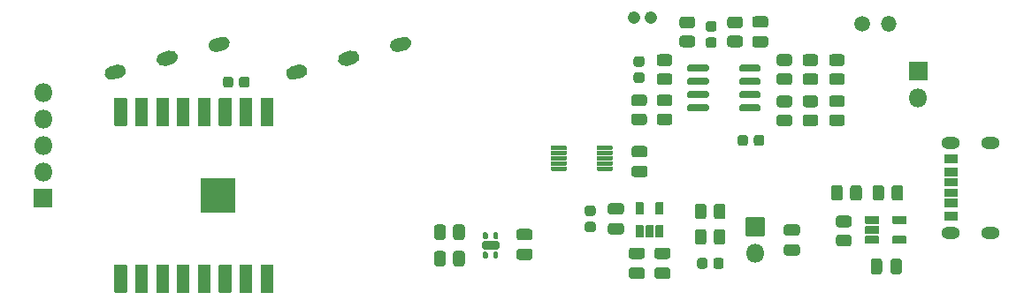
<source format=gts>
G04 #@! TF.GenerationSoftware,KiCad,Pcbnew,(5.1.9)-1*
G04 #@! TF.CreationDate,2021-03-16T21:00:22+08:00*
G04 #@! TF.ProjectId,mcu,6d63752e-6b69-4636-9164-5f7063625858,v1.0*
G04 #@! TF.SameCoordinates,Original*
G04 #@! TF.FileFunction,Soldermask,Top*
G04 #@! TF.FilePolarity,Negative*
%FSLAX46Y46*%
G04 Gerber Fmt 4.6, Leading zero omitted, Abs format (unit mm)*
G04 Created by KiCad (PCBNEW (5.1.9)-1) date 2021-03-16 21:00:22*
%MOMM*%
%LPD*%
G01*
G04 APERTURE LIST*
%ADD10C,1.208000*%
%ADD11O,1.500000X1.500000*%
%ADD12C,1.500000*%
%ADD13O,1.800000X1.800000*%
%ADD14O,1.800000X1.200000*%
G04 APERTURE END LIST*
G36*
G01*
X75026000Y-93058612D02*
X75026000Y-92107388D01*
G75*
G02*
X75300388Y-91833000I274388J0D01*
G01*
X75876612Y-91833000D01*
G75*
G02*
X76151000Y-92107388I0J-274388D01*
G01*
X76151000Y-93058612D01*
G75*
G02*
X75876612Y-93333000I-274388J0D01*
G01*
X75300388Y-93333000D01*
G75*
G02*
X75026000Y-93058612I0J274388D01*
G01*
G37*
G36*
G01*
X73201000Y-93058612D02*
X73201000Y-92107388D01*
G75*
G02*
X73475388Y-91833000I274388J0D01*
G01*
X74051612Y-91833000D01*
G75*
G02*
X74326000Y-92107388I0J-274388D01*
G01*
X74326000Y-93058612D01*
G75*
G02*
X74051612Y-93333000I-274388J0D01*
G01*
X73475388Y-93333000D01*
G75*
G02*
X73201000Y-93058612I0J274388D01*
G01*
G37*
G36*
G01*
X77963000Y-93453000D02*
X79263000Y-93453000D01*
G75*
G02*
X79463000Y-93653000I0J-200000D01*
G01*
X79463000Y-94053000D01*
G75*
G02*
X79263000Y-94253000I-200000J0D01*
G01*
X77963000Y-94253000D01*
G75*
G02*
X77763000Y-94053000I0J200000D01*
G01*
X77763000Y-93653000D01*
G75*
G02*
X77963000Y-93453000I200000J0D01*
G01*
G37*
G36*
G01*
X79000500Y-94453000D02*
X79225500Y-94453000D01*
G75*
G02*
X79338000Y-94565500I0J-112500D01*
G01*
X79338000Y-94990500D01*
G75*
G02*
X79225500Y-95103000I-112500J0D01*
G01*
X79000500Y-95103000D01*
G75*
G02*
X78888000Y-94990500I0J112500D01*
G01*
X78888000Y-94565500D01*
G75*
G02*
X79000500Y-94453000I112500J0D01*
G01*
G37*
G36*
G01*
X78000500Y-94453000D02*
X78225500Y-94453000D01*
G75*
G02*
X78338000Y-94565500I0J-112500D01*
G01*
X78338000Y-94990500D01*
G75*
G02*
X78225500Y-95103000I-112500J0D01*
G01*
X78000500Y-95103000D01*
G75*
G02*
X77888000Y-94990500I0J112500D01*
G01*
X77888000Y-94565500D01*
G75*
G02*
X78000500Y-94453000I112500J0D01*
G01*
G37*
G36*
G01*
X78000500Y-92603000D02*
X78225500Y-92603000D01*
G75*
G02*
X78338000Y-92715500I0J-112500D01*
G01*
X78338000Y-93140500D01*
G75*
G02*
X78225500Y-93253000I-112500J0D01*
G01*
X78000500Y-93253000D01*
G75*
G02*
X77888000Y-93140500I0J112500D01*
G01*
X77888000Y-92715500D01*
G75*
G02*
X78000500Y-92603000I112500J0D01*
G01*
G37*
G36*
G01*
X79000500Y-92603000D02*
X79225500Y-92603000D01*
G75*
G02*
X79338000Y-92715500I0J-112500D01*
G01*
X79338000Y-93140500D01*
G75*
G02*
X79225500Y-93253000I-112500J0D01*
G01*
X79000500Y-93253000D01*
G75*
G02*
X78888000Y-93140500I0J112500D01*
G01*
X78888000Y-92715500D01*
G75*
G02*
X79000500Y-92603000I112500J0D01*
G01*
G37*
G36*
G01*
X68984296Y-74834042D02*
X68984296Y-74834042D01*
G75*
G02*
X69443916Y-74037958I627852J168232D01*
G01*
X70216656Y-73830902D01*
G75*
G02*
X71012740Y-74290522I168232J-627852D01*
G01*
X71012740Y-74290522D01*
G75*
G02*
X70553120Y-75086606I-627852J-168232D01*
G01*
X69780380Y-75293662D01*
G75*
G02*
X68984296Y-74834042I-168232J627852D01*
G01*
G37*
G36*
G01*
X64009778Y-76166960D02*
X64009778Y-76166960D01*
G75*
G02*
X64469398Y-75370876I627852J168232D01*
G01*
X65242138Y-75163820D01*
G75*
G02*
X66038222Y-75623440I168232J-627852D01*
G01*
X66038222Y-75623440D01*
G75*
G02*
X65578602Y-76419524I-627852J-168232D01*
G01*
X64805862Y-76626580D01*
G75*
G02*
X64009778Y-76166960I-168232J627852D01*
G01*
G37*
G36*
G01*
X59035260Y-77499878D02*
X59035260Y-77499878D01*
G75*
G02*
X59494880Y-76703794I627852J168232D01*
G01*
X60267620Y-76496738D01*
G75*
G02*
X61063704Y-76956358I168232J-627852D01*
G01*
X61063704Y-76956358D01*
G75*
G02*
X60604084Y-77752442I-627852J-168232D01*
G01*
X59831344Y-77959498D01*
G75*
G02*
X59035260Y-77499878I-168232J627852D01*
G01*
G37*
G36*
G01*
X56645600Y-79702400D02*
X57745600Y-79702400D01*
G75*
G02*
X57795600Y-79752400I0J-50000D01*
G01*
X57795600Y-82352400D01*
G75*
G02*
X57745600Y-82402400I-50000J0D01*
G01*
X56645600Y-82402400D01*
G75*
G02*
X56595600Y-82352400I0J50000D01*
G01*
X56595600Y-79752400D01*
G75*
G02*
X56645600Y-79702400I50000J0D01*
G01*
G37*
G36*
G01*
X54645600Y-79702400D02*
X55745600Y-79702400D01*
G75*
G02*
X55795600Y-79752400I0J-50000D01*
G01*
X55795600Y-82352400D01*
G75*
G02*
X55745600Y-82402400I-50000J0D01*
G01*
X54645600Y-82402400D01*
G75*
G02*
X54595600Y-82352400I0J50000D01*
G01*
X54595600Y-79752400D01*
G75*
G02*
X54645600Y-79702400I50000J0D01*
G01*
G37*
G36*
G01*
X52645600Y-79702400D02*
X53745600Y-79702400D01*
G75*
G02*
X53795600Y-79752400I0J-50000D01*
G01*
X53795600Y-82352400D01*
G75*
G02*
X53745600Y-82402400I-50000J0D01*
G01*
X52645600Y-82402400D01*
G75*
G02*
X52595600Y-82352400I0J50000D01*
G01*
X52595600Y-79752400D01*
G75*
G02*
X52645600Y-79702400I50000J0D01*
G01*
G37*
G36*
G01*
X50645600Y-79702400D02*
X51745600Y-79702400D01*
G75*
G02*
X51795600Y-79752400I0J-50000D01*
G01*
X51795600Y-82352400D01*
G75*
G02*
X51745600Y-82402400I-50000J0D01*
G01*
X50645600Y-82402400D01*
G75*
G02*
X50595600Y-82352400I0J50000D01*
G01*
X50595600Y-79752400D01*
G75*
G02*
X50645600Y-79702400I50000J0D01*
G01*
G37*
G36*
G01*
X48645600Y-79702400D02*
X49745600Y-79702400D01*
G75*
G02*
X49795600Y-79752400I0J-50000D01*
G01*
X49795600Y-82352400D01*
G75*
G02*
X49745600Y-82402400I-50000J0D01*
G01*
X48645600Y-82402400D01*
G75*
G02*
X48595600Y-82352400I0J50000D01*
G01*
X48595600Y-79752400D01*
G75*
G02*
X48645600Y-79702400I50000J0D01*
G01*
G37*
G36*
G01*
X46645600Y-79702400D02*
X47745600Y-79702400D01*
G75*
G02*
X47795600Y-79752400I0J-50000D01*
G01*
X47795600Y-82352400D01*
G75*
G02*
X47745600Y-82402400I-50000J0D01*
G01*
X46645600Y-82402400D01*
G75*
G02*
X46595600Y-82352400I0J50000D01*
G01*
X46595600Y-79752400D01*
G75*
G02*
X46645600Y-79702400I50000J0D01*
G01*
G37*
G36*
G01*
X44645600Y-79702400D02*
X45745600Y-79702400D01*
G75*
G02*
X45795600Y-79752400I0J-50000D01*
G01*
X45795600Y-82352400D01*
G75*
G02*
X45745600Y-82402400I-50000J0D01*
G01*
X44645600Y-82402400D01*
G75*
G02*
X44595600Y-82352400I0J50000D01*
G01*
X44595600Y-79752400D01*
G75*
G02*
X44645600Y-79702400I50000J0D01*
G01*
G37*
G36*
G01*
X42645600Y-79702400D02*
X43745600Y-79702400D01*
G75*
G02*
X43795600Y-79752400I0J-50000D01*
G01*
X43795600Y-82352400D01*
G75*
G02*
X43745600Y-82402400I-50000J0D01*
G01*
X42645600Y-82402400D01*
G75*
G02*
X42595600Y-82352400I0J50000D01*
G01*
X42595600Y-79752400D01*
G75*
G02*
X42645600Y-79702400I50000J0D01*
G01*
G37*
G36*
G01*
X42645600Y-95702400D02*
X43745600Y-95702400D01*
G75*
G02*
X43795600Y-95752400I0J-50000D01*
G01*
X43795600Y-98352400D01*
G75*
G02*
X43745600Y-98402400I-50000J0D01*
G01*
X42645600Y-98402400D01*
G75*
G02*
X42595600Y-98352400I0J50000D01*
G01*
X42595600Y-95752400D01*
G75*
G02*
X42645600Y-95702400I50000J0D01*
G01*
G37*
G36*
G01*
X44645600Y-95702400D02*
X45745600Y-95702400D01*
G75*
G02*
X45795600Y-95752400I0J-50000D01*
G01*
X45795600Y-98352400D01*
G75*
G02*
X45745600Y-98402400I-50000J0D01*
G01*
X44645600Y-98402400D01*
G75*
G02*
X44595600Y-98352400I0J50000D01*
G01*
X44595600Y-95752400D01*
G75*
G02*
X44645600Y-95702400I50000J0D01*
G01*
G37*
G36*
G01*
X46645600Y-95702400D02*
X47745600Y-95702400D01*
G75*
G02*
X47795600Y-95752400I0J-50000D01*
G01*
X47795600Y-98352400D01*
G75*
G02*
X47745600Y-98402400I-50000J0D01*
G01*
X46645600Y-98402400D01*
G75*
G02*
X46595600Y-98352400I0J50000D01*
G01*
X46595600Y-95752400D01*
G75*
G02*
X46645600Y-95702400I50000J0D01*
G01*
G37*
G36*
G01*
X48645600Y-95702400D02*
X49745600Y-95702400D01*
G75*
G02*
X49795600Y-95752400I0J-50000D01*
G01*
X49795600Y-98352400D01*
G75*
G02*
X49745600Y-98402400I-50000J0D01*
G01*
X48645600Y-98402400D01*
G75*
G02*
X48595600Y-98352400I0J50000D01*
G01*
X48595600Y-95752400D01*
G75*
G02*
X48645600Y-95702400I50000J0D01*
G01*
G37*
G36*
G01*
X50645600Y-95702400D02*
X51745600Y-95702400D01*
G75*
G02*
X51795600Y-95752400I0J-50000D01*
G01*
X51795600Y-98352400D01*
G75*
G02*
X51745600Y-98402400I-50000J0D01*
G01*
X50645600Y-98402400D01*
G75*
G02*
X50595600Y-98352400I0J50000D01*
G01*
X50595600Y-95752400D01*
G75*
G02*
X50645600Y-95702400I50000J0D01*
G01*
G37*
G36*
G01*
X52645600Y-95702400D02*
X53745600Y-95702400D01*
G75*
G02*
X53795600Y-95752400I0J-50000D01*
G01*
X53795600Y-98352400D01*
G75*
G02*
X53745600Y-98402400I-50000J0D01*
G01*
X52645600Y-98402400D01*
G75*
G02*
X52595600Y-98352400I0J50000D01*
G01*
X52595600Y-95752400D01*
G75*
G02*
X52645600Y-95702400I50000J0D01*
G01*
G37*
G36*
G01*
X54645600Y-95702400D02*
X55745600Y-95702400D01*
G75*
G02*
X55795600Y-95752400I0J-50000D01*
G01*
X55795600Y-98352400D01*
G75*
G02*
X55745600Y-98402400I-50000J0D01*
G01*
X54645600Y-98402400D01*
G75*
G02*
X54595600Y-98352400I0J50000D01*
G01*
X54595600Y-95752400D01*
G75*
G02*
X54645600Y-95702400I50000J0D01*
G01*
G37*
G36*
G01*
X56645600Y-95702400D02*
X57745600Y-95702400D01*
G75*
G02*
X57795600Y-95752400I0J-50000D01*
G01*
X57795600Y-98352400D01*
G75*
G02*
X57745600Y-98402400I-50000J0D01*
G01*
X56645600Y-98402400D01*
G75*
G02*
X56595600Y-98352400I0J50000D01*
G01*
X56595600Y-95752400D01*
G75*
G02*
X56645600Y-95702400I50000J0D01*
G01*
G37*
G36*
G01*
X50895600Y-87402400D02*
X54095600Y-87402400D01*
G75*
G02*
X54145600Y-87452400I0J-50000D01*
G01*
X54145600Y-90652400D01*
G75*
G02*
X54095600Y-90702400I-50000J0D01*
G01*
X50895600Y-90702400D01*
G75*
G02*
X50845600Y-90652400I0J50000D01*
G01*
X50845600Y-87452400D01*
G75*
G02*
X50895600Y-87402400I50000J0D01*
G01*
G37*
G36*
G01*
X51610696Y-74834042D02*
X51610696Y-74834042D01*
G75*
G02*
X52070316Y-74037958I627852J168232D01*
G01*
X52843056Y-73830902D01*
G75*
G02*
X53639140Y-74290522I168232J-627852D01*
G01*
X53639140Y-74290522D01*
G75*
G02*
X53179520Y-75086606I-627852J-168232D01*
G01*
X52406780Y-75293662D01*
G75*
G02*
X51610696Y-74834042I-168232J627852D01*
G01*
G37*
G36*
G01*
X46636178Y-76166960D02*
X46636178Y-76166960D01*
G75*
G02*
X47095798Y-75370876I627852J168232D01*
G01*
X47868538Y-75163820D01*
G75*
G02*
X48664622Y-75623440I168232J-627852D01*
G01*
X48664622Y-75623440D01*
G75*
G02*
X48205002Y-76419524I-627852J-168232D01*
G01*
X47432262Y-76626580D01*
G75*
G02*
X46636178Y-76166960I-168232J627852D01*
G01*
G37*
G36*
G01*
X41661660Y-77499878D02*
X41661660Y-77499878D01*
G75*
G02*
X42121280Y-76703794I627852J168232D01*
G01*
X42894020Y-76496738D01*
G75*
G02*
X43690104Y-76956358I168232J-627852D01*
G01*
X43690104Y-76956358D01*
G75*
G02*
X43230484Y-77752442I-627852J-168232D01*
G01*
X42457744Y-77959498D01*
G75*
G02*
X41661660Y-77499878I-168232J627852D01*
G01*
G37*
D10*
X93926920Y-71969760D03*
X92326920Y-71969760D03*
G36*
G01*
X97920532Y-73008760D02*
X96969308Y-73008760D01*
G75*
G02*
X96694920Y-72734372I0J274388D01*
G01*
X96694920Y-72158148D01*
G75*
G02*
X96969308Y-71883760I274388J0D01*
G01*
X97920532Y-71883760D01*
G75*
G02*
X98194920Y-72158148I0J-274388D01*
G01*
X98194920Y-72734372D01*
G75*
G02*
X97920532Y-73008760I-274388J0D01*
G01*
G37*
G36*
G01*
X97920532Y-74833760D02*
X96969308Y-74833760D01*
G75*
G02*
X96694920Y-74559372I0J274388D01*
G01*
X96694920Y-73983148D01*
G75*
G02*
X96969308Y-73708760I274388J0D01*
G01*
X97920532Y-73708760D01*
G75*
G02*
X98194920Y-73983148I0J-274388D01*
G01*
X98194920Y-74559372D01*
G75*
G02*
X97920532Y-74833760I-274388J0D01*
G01*
G37*
G36*
G01*
X92372920Y-86204760D02*
X93372920Y-86204760D01*
G75*
G02*
X93647920Y-86479760I0J-275000D01*
G01*
X93647920Y-87029760D01*
G75*
G02*
X93372920Y-87304760I-275000J0D01*
G01*
X92372920Y-87304760D01*
G75*
G02*
X92097920Y-87029760I0J275000D01*
G01*
X92097920Y-86479760D01*
G75*
G02*
X92372920Y-86204760I275000J0D01*
G01*
G37*
G36*
G01*
X92372920Y-84304760D02*
X93372920Y-84304760D01*
G75*
G02*
X93647920Y-84579760I0J-275000D01*
G01*
X93647920Y-85129760D01*
G75*
G02*
X93372920Y-85404760I-275000J0D01*
G01*
X92372920Y-85404760D01*
G75*
G02*
X92097920Y-85129760I0J275000D01*
G01*
X92097920Y-84579760D01*
G75*
G02*
X92372920Y-84304760I275000J0D01*
G01*
G37*
G36*
G01*
X104929920Y-72958760D02*
X103929920Y-72958760D01*
G75*
G02*
X103654920Y-72683760I0J275000D01*
G01*
X103654920Y-72133760D01*
G75*
G02*
X103929920Y-71858760I275000J0D01*
G01*
X104929920Y-71858760D01*
G75*
G02*
X105204920Y-72133760I0J-275000D01*
G01*
X105204920Y-72683760D01*
G75*
G02*
X104929920Y-72958760I-275000J0D01*
G01*
G37*
G36*
G01*
X104929920Y-74858760D02*
X103929920Y-74858760D01*
G75*
G02*
X103654920Y-74583760I0J275000D01*
G01*
X103654920Y-74033760D01*
G75*
G02*
X103929920Y-73758760I275000J0D01*
G01*
X104929920Y-73758760D01*
G75*
G02*
X105204920Y-74033760I0J-275000D01*
G01*
X105204920Y-74583760D01*
G75*
G02*
X104929920Y-74858760I-275000J0D01*
G01*
G37*
G36*
G01*
X99455920Y-73887760D02*
X100005920Y-73887760D01*
G75*
G02*
X100255920Y-74137760I0J-250000D01*
G01*
X100255920Y-74637760D01*
G75*
G02*
X100005920Y-74887760I-250000J0D01*
G01*
X99455920Y-74887760D01*
G75*
G02*
X99205920Y-74637760I0J250000D01*
G01*
X99205920Y-74137760D01*
G75*
G02*
X99455920Y-73887760I250000J0D01*
G01*
G37*
G36*
G01*
X99455920Y-72337760D02*
X100005920Y-72337760D01*
G75*
G02*
X100255920Y-72587760I0J-250000D01*
G01*
X100255920Y-73087760D01*
G75*
G02*
X100005920Y-73337760I-250000J0D01*
G01*
X99455920Y-73337760D01*
G75*
G02*
X99205920Y-73087760I0J250000D01*
G01*
X99205920Y-72587760D01*
G75*
G02*
X99455920Y-72337760I250000J0D01*
G01*
G37*
G36*
G01*
X102404400Y-77024800D02*
X102404400Y-76674800D01*
G75*
G02*
X102579400Y-76499800I175000J0D01*
G01*
X104279400Y-76499800D01*
G75*
G02*
X104454400Y-76674800I0J-175000D01*
G01*
X104454400Y-77024800D01*
G75*
G02*
X104279400Y-77199800I-175000J0D01*
G01*
X102579400Y-77199800D01*
G75*
G02*
X102404400Y-77024800I0J175000D01*
G01*
G37*
G36*
G01*
X102404400Y-78294800D02*
X102404400Y-77944800D01*
G75*
G02*
X102579400Y-77769800I175000J0D01*
G01*
X104279400Y-77769800D01*
G75*
G02*
X104454400Y-77944800I0J-175000D01*
G01*
X104454400Y-78294800D01*
G75*
G02*
X104279400Y-78469800I-175000J0D01*
G01*
X102579400Y-78469800D01*
G75*
G02*
X102404400Y-78294800I0J175000D01*
G01*
G37*
G36*
G01*
X102404400Y-79564800D02*
X102404400Y-79214800D01*
G75*
G02*
X102579400Y-79039800I175000J0D01*
G01*
X104279400Y-79039800D01*
G75*
G02*
X104454400Y-79214800I0J-175000D01*
G01*
X104454400Y-79564800D01*
G75*
G02*
X104279400Y-79739800I-175000J0D01*
G01*
X102579400Y-79739800D01*
G75*
G02*
X102404400Y-79564800I0J175000D01*
G01*
G37*
G36*
G01*
X102404400Y-80834800D02*
X102404400Y-80484800D01*
G75*
G02*
X102579400Y-80309800I175000J0D01*
G01*
X104279400Y-80309800D01*
G75*
G02*
X104454400Y-80484800I0J-175000D01*
G01*
X104454400Y-80834800D01*
G75*
G02*
X104279400Y-81009800I-175000J0D01*
G01*
X102579400Y-81009800D01*
G75*
G02*
X102404400Y-80834800I0J175000D01*
G01*
G37*
G36*
G01*
X97454400Y-80834800D02*
X97454400Y-80484800D01*
G75*
G02*
X97629400Y-80309800I175000J0D01*
G01*
X99329400Y-80309800D01*
G75*
G02*
X99504400Y-80484800I0J-175000D01*
G01*
X99504400Y-80834800D01*
G75*
G02*
X99329400Y-81009800I-175000J0D01*
G01*
X97629400Y-81009800D01*
G75*
G02*
X97454400Y-80834800I0J175000D01*
G01*
G37*
G36*
G01*
X97454400Y-79564800D02*
X97454400Y-79214800D01*
G75*
G02*
X97629400Y-79039800I175000J0D01*
G01*
X99329400Y-79039800D01*
G75*
G02*
X99504400Y-79214800I0J-175000D01*
G01*
X99504400Y-79564800D01*
G75*
G02*
X99329400Y-79739800I-175000J0D01*
G01*
X97629400Y-79739800D01*
G75*
G02*
X97454400Y-79564800I0J175000D01*
G01*
G37*
G36*
G01*
X97454400Y-78294800D02*
X97454400Y-77944800D01*
G75*
G02*
X97629400Y-77769800I175000J0D01*
G01*
X99329400Y-77769800D01*
G75*
G02*
X99504400Y-77944800I0J-175000D01*
G01*
X99504400Y-78294800D01*
G75*
G02*
X99329400Y-78469800I-175000J0D01*
G01*
X97629400Y-78469800D01*
G75*
G02*
X97454400Y-78294800I0J175000D01*
G01*
G37*
G36*
G01*
X97454400Y-77024800D02*
X97454400Y-76674800D01*
G75*
G02*
X97629400Y-76499800I175000J0D01*
G01*
X99329400Y-76499800D01*
G75*
G02*
X99504400Y-76674800I0J-175000D01*
G01*
X99504400Y-77024800D01*
G75*
G02*
X99329400Y-77199800I-175000J0D01*
G01*
X97629400Y-77199800D01*
G75*
G02*
X97454400Y-77024800I0J175000D01*
G01*
G37*
G36*
G01*
X53979400Y-77906200D02*
X53979400Y-78456200D01*
G75*
G02*
X53729400Y-78706200I-250000J0D01*
G01*
X53229400Y-78706200D01*
G75*
G02*
X52979400Y-78456200I0J250000D01*
G01*
X52979400Y-77906200D01*
G75*
G02*
X53229400Y-77656200I250000J0D01*
G01*
X53729400Y-77656200D01*
G75*
G02*
X53979400Y-77906200I0J-250000D01*
G01*
G37*
G36*
G01*
X55529400Y-77906200D02*
X55529400Y-78456200D01*
G75*
G02*
X55279400Y-78706200I-250000J0D01*
G01*
X54779400Y-78706200D01*
G75*
G02*
X54529400Y-78456200I0J250000D01*
G01*
X54529400Y-77906200D01*
G75*
G02*
X54779400Y-77656200I250000J0D01*
G01*
X55279400Y-77656200D01*
G75*
G02*
X55529400Y-77906200I0J-250000D01*
G01*
G37*
G36*
G01*
X99378600Y-95294600D02*
X99378600Y-95844600D01*
G75*
G02*
X99128600Y-96094600I-250000J0D01*
G01*
X98628600Y-96094600D01*
G75*
G02*
X98378600Y-95844600I0J250000D01*
G01*
X98378600Y-95294600D01*
G75*
G02*
X98628600Y-95044600I250000J0D01*
G01*
X99128600Y-95044600D01*
G75*
G02*
X99378600Y-95294600I0J-250000D01*
G01*
G37*
G36*
G01*
X100928600Y-95294600D02*
X100928600Y-95844600D01*
G75*
G02*
X100678600Y-96094600I-250000J0D01*
G01*
X100178600Y-96094600D01*
G75*
G02*
X99928600Y-95844600I0J250000D01*
G01*
X99928600Y-95294600D01*
G75*
G02*
X100178600Y-95044600I250000J0D01*
G01*
X100678600Y-95044600D01*
G75*
G02*
X100928600Y-95294600I0J-250000D01*
G01*
G37*
G36*
G01*
X103815920Y-84047760D02*
X103815920Y-83497760D01*
G75*
G02*
X104065920Y-83247760I250000J0D01*
G01*
X104565920Y-83247760D01*
G75*
G02*
X104815920Y-83497760I0J-250000D01*
G01*
X104815920Y-84047760D01*
G75*
G02*
X104565920Y-84297760I-250000J0D01*
G01*
X104065920Y-84297760D01*
G75*
G02*
X103815920Y-84047760I0J250000D01*
G01*
G37*
G36*
G01*
X102265920Y-84047760D02*
X102265920Y-83497760D01*
G75*
G02*
X102515920Y-83247760I250000J0D01*
G01*
X103015920Y-83247760D01*
G75*
G02*
X103265920Y-83497760I0J-250000D01*
G01*
X103265920Y-84047760D01*
G75*
G02*
X103015920Y-84297760I-250000J0D01*
G01*
X102515920Y-84297760D01*
G75*
G02*
X102265920Y-84047760I0J250000D01*
G01*
G37*
G36*
G01*
X93101400Y-76701800D02*
X92551400Y-76701800D01*
G75*
G02*
X92301400Y-76451800I0J250000D01*
G01*
X92301400Y-75951800D01*
G75*
G02*
X92551400Y-75701800I250000J0D01*
G01*
X93101400Y-75701800D01*
G75*
G02*
X93351400Y-75951800I0J-250000D01*
G01*
X93351400Y-76451800D01*
G75*
G02*
X93101400Y-76701800I-250000J0D01*
G01*
G37*
G36*
G01*
X93101400Y-78251800D02*
X92551400Y-78251800D01*
G75*
G02*
X92301400Y-78001800I0J250000D01*
G01*
X92301400Y-77501800D01*
G75*
G02*
X92551400Y-77251800I250000J0D01*
G01*
X93101400Y-77251800D01*
G75*
G02*
X93351400Y-77501800I0J-250000D01*
G01*
X93351400Y-78001800D01*
G75*
G02*
X93101400Y-78251800I-250000J0D01*
G01*
G37*
G36*
G01*
X87877800Y-91577400D02*
X88427800Y-91577400D01*
G75*
G02*
X88677800Y-91827400I0J-250000D01*
G01*
X88677800Y-92327400D01*
G75*
G02*
X88427800Y-92577400I-250000J0D01*
G01*
X87877800Y-92577400D01*
G75*
G02*
X87627800Y-92327400I0J250000D01*
G01*
X87627800Y-91827400D01*
G75*
G02*
X87877800Y-91577400I250000J0D01*
G01*
G37*
G36*
G01*
X87877800Y-90027400D02*
X88427800Y-90027400D01*
G75*
G02*
X88677800Y-90277400I0J-250000D01*
G01*
X88677800Y-90777400D01*
G75*
G02*
X88427800Y-91027400I-250000J0D01*
G01*
X87877800Y-91027400D01*
G75*
G02*
X87627800Y-90777400I0J250000D01*
G01*
X87627800Y-90277400D01*
G75*
G02*
X87877800Y-90027400I250000J0D01*
G01*
G37*
D11*
X116702400Y-72557200D03*
D12*
X114162400Y-72557200D03*
D13*
X119547200Y-79669200D03*
G36*
G01*
X118647200Y-77979200D02*
X118647200Y-76279200D01*
G75*
G02*
X118697200Y-76229200I50000J0D01*
G01*
X120397200Y-76229200D01*
G75*
G02*
X120447200Y-76279200I0J-50000D01*
G01*
X120447200Y-77979200D01*
G75*
G02*
X120397200Y-78029200I-50000J0D01*
G01*
X118697200Y-78029200D01*
G75*
G02*
X118647200Y-77979200I0J50000D01*
G01*
G37*
X103951600Y-94604400D03*
G36*
G01*
X103051600Y-92914400D02*
X103051600Y-91214400D01*
G75*
G02*
X103101600Y-91164400I50000J0D01*
G01*
X104801600Y-91164400D01*
G75*
G02*
X104851600Y-91214400I0J-50000D01*
G01*
X104851600Y-92914400D01*
G75*
G02*
X104801600Y-92964400I-50000J0D01*
G01*
X103101600Y-92964400D01*
G75*
G02*
X103051600Y-92914400I0J50000D01*
G01*
G37*
G36*
G01*
X112250412Y-80587300D02*
X111299188Y-80587300D01*
G75*
G02*
X111024800Y-80312912I0J274388D01*
G01*
X111024800Y-79736688D01*
G75*
G02*
X111299188Y-79462300I274388J0D01*
G01*
X112250412Y-79462300D01*
G75*
G02*
X112524800Y-79736688I0J-274388D01*
G01*
X112524800Y-80312912D01*
G75*
G02*
X112250412Y-80587300I-274388J0D01*
G01*
G37*
G36*
G01*
X112250412Y-82412300D02*
X111299188Y-82412300D01*
G75*
G02*
X111024800Y-82137912I0J274388D01*
G01*
X111024800Y-81561688D01*
G75*
G02*
X111299188Y-81287300I274388J0D01*
G01*
X112250412Y-81287300D01*
G75*
G02*
X112524800Y-81561688I0J-274388D01*
G01*
X112524800Y-82137912D01*
G75*
G02*
X112250412Y-82412300I-274388J0D01*
G01*
G37*
X35778000Y-79161200D03*
X35778000Y-81701200D03*
X35778000Y-84241200D03*
X35778000Y-86781200D03*
G36*
G01*
X36678000Y-88471200D02*
X36678000Y-90171200D01*
G75*
G02*
X36628000Y-90221200I-50000J0D01*
G01*
X34928000Y-90221200D01*
G75*
G02*
X34878000Y-90171200I0J50000D01*
G01*
X34878000Y-88471200D01*
G75*
G02*
X34928000Y-88421200I50000J0D01*
G01*
X36628000Y-88421200D01*
G75*
G02*
X36678000Y-88471200I0J-50000D01*
G01*
G37*
G36*
G01*
X88790000Y-84635800D02*
X88790000Y-84335800D01*
G75*
G02*
X88840000Y-84285800I50000J0D01*
G01*
X90240000Y-84285800D01*
G75*
G02*
X90290000Y-84335800I0J-50000D01*
G01*
X90290000Y-84635800D01*
G75*
G02*
X90240000Y-84685800I-50000J0D01*
G01*
X88840000Y-84685800D01*
G75*
G02*
X88790000Y-84635800I0J50000D01*
G01*
G37*
G36*
G01*
X88790000Y-85135800D02*
X88790000Y-84835800D01*
G75*
G02*
X88840000Y-84785800I50000J0D01*
G01*
X90240000Y-84785800D01*
G75*
G02*
X90290000Y-84835800I0J-50000D01*
G01*
X90290000Y-85135800D01*
G75*
G02*
X90240000Y-85185800I-50000J0D01*
G01*
X88840000Y-85185800D01*
G75*
G02*
X88790000Y-85135800I0J50000D01*
G01*
G37*
G36*
G01*
X88790000Y-85635800D02*
X88790000Y-85335800D01*
G75*
G02*
X88840000Y-85285800I50000J0D01*
G01*
X90240000Y-85285800D01*
G75*
G02*
X90290000Y-85335800I0J-50000D01*
G01*
X90290000Y-85635800D01*
G75*
G02*
X90240000Y-85685800I-50000J0D01*
G01*
X88840000Y-85685800D01*
G75*
G02*
X88790000Y-85635800I0J50000D01*
G01*
G37*
G36*
G01*
X88790000Y-86135800D02*
X88790000Y-85835800D01*
G75*
G02*
X88840000Y-85785800I50000J0D01*
G01*
X90240000Y-85785800D01*
G75*
G02*
X90290000Y-85835800I0J-50000D01*
G01*
X90290000Y-86135800D01*
G75*
G02*
X90240000Y-86185800I-50000J0D01*
G01*
X88840000Y-86185800D01*
G75*
G02*
X88790000Y-86135800I0J50000D01*
G01*
G37*
G36*
G01*
X88790000Y-86635800D02*
X88790000Y-86335800D01*
G75*
G02*
X88840000Y-86285800I50000J0D01*
G01*
X90240000Y-86285800D01*
G75*
G02*
X90290000Y-86335800I0J-50000D01*
G01*
X90290000Y-86635800D01*
G75*
G02*
X90240000Y-86685800I-50000J0D01*
G01*
X88840000Y-86685800D01*
G75*
G02*
X88790000Y-86635800I0J50000D01*
G01*
G37*
G36*
G01*
X84390000Y-86635800D02*
X84390000Y-86335800D01*
G75*
G02*
X84440000Y-86285800I50000J0D01*
G01*
X85840000Y-86285800D01*
G75*
G02*
X85890000Y-86335800I0J-50000D01*
G01*
X85890000Y-86635800D01*
G75*
G02*
X85840000Y-86685800I-50000J0D01*
G01*
X84440000Y-86685800D01*
G75*
G02*
X84390000Y-86635800I0J50000D01*
G01*
G37*
G36*
G01*
X84390000Y-86135800D02*
X84390000Y-85835800D01*
G75*
G02*
X84440000Y-85785800I50000J0D01*
G01*
X85840000Y-85785800D01*
G75*
G02*
X85890000Y-85835800I0J-50000D01*
G01*
X85890000Y-86135800D01*
G75*
G02*
X85840000Y-86185800I-50000J0D01*
G01*
X84440000Y-86185800D01*
G75*
G02*
X84390000Y-86135800I0J50000D01*
G01*
G37*
G36*
G01*
X84390000Y-85635800D02*
X84390000Y-85335800D01*
G75*
G02*
X84440000Y-85285800I50000J0D01*
G01*
X85840000Y-85285800D01*
G75*
G02*
X85890000Y-85335800I0J-50000D01*
G01*
X85890000Y-85635800D01*
G75*
G02*
X85840000Y-85685800I-50000J0D01*
G01*
X84440000Y-85685800D01*
G75*
G02*
X84390000Y-85635800I0J50000D01*
G01*
G37*
G36*
G01*
X84390000Y-85135800D02*
X84390000Y-84835800D01*
G75*
G02*
X84440000Y-84785800I50000J0D01*
G01*
X85840000Y-84785800D01*
G75*
G02*
X85890000Y-84835800I0J-50000D01*
G01*
X85890000Y-85135800D01*
G75*
G02*
X85840000Y-85185800I-50000J0D01*
G01*
X84440000Y-85185800D01*
G75*
G02*
X84390000Y-85135800I0J50000D01*
G01*
G37*
G36*
G01*
X84390000Y-84635800D02*
X84390000Y-84335800D01*
G75*
G02*
X84440000Y-84285800I50000J0D01*
G01*
X85840000Y-84285800D01*
G75*
G02*
X85890000Y-84335800I0J-50000D01*
G01*
X85890000Y-84635800D01*
G75*
G02*
X85840000Y-84685800I-50000J0D01*
G01*
X84440000Y-84685800D01*
G75*
G02*
X84390000Y-84635800I0J50000D01*
G01*
G37*
G36*
G01*
X106269988Y-81289200D02*
X107221212Y-81289200D01*
G75*
G02*
X107495600Y-81563588I0J-274388D01*
G01*
X107495600Y-82139812D01*
G75*
G02*
X107221212Y-82414200I-274388J0D01*
G01*
X106269988Y-82414200D01*
G75*
G02*
X105995600Y-82139812I0J274388D01*
G01*
X105995600Y-81563588D01*
G75*
G02*
X106269988Y-81289200I274388J0D01*
G01*
G37*
G36*
G01*
X106269988Y-79464200D02*
X107221212Y-79464200D01*
G75*
G02*
X107495600Y-79738588I0J-274388D01*
G01*
X107495600Y-80314812D01*
G75*
G02*
X107221212Y-80589200I-274388J0D01*
G01*
X106269988Y-80589200D01*
G75*
G02*
X105995600Y-80314812I0J274388D01*
G01*
X105995600Y-79738588D01*
G75*
G02*
X106269988Y-79464200I274388J0D01*
G01*
G37*
G36*
G01*
X107221212Y-76626800D02*
X106269988Y-76626800D01*
G75*
G02*
X105995600Y-76352412I0J274388D01*
G01*
X105995600Y-75776188D01*
G75*
G02*
X106269988Y-75501800I274388J0D01*
G01*
X107221212Y-75501800D01*
G75*
G02*
X107495600Y-75776188I0J-274388D01*
G01*
X107495600Y-76352412D01*
G75*
G02*
X107221212Y-76626800I-274388J0D01*
G01*
G37*
G36*
G01*
X107221212Y-78451800D02*
X106269988Y-78451800D01*
G75*
G02*
X105995600Y-78177412I0J274388D01*
G01*
X105995600Y-77601188D01*
G75*
G02*
X106269988Y-77326800I274388J0D01*
G01*
X107221212Y-77326800D01*
G75*
G02*
X107495600Y-77601188I0J-274388D01*
G01*
X107495600Y-78177412D01*
G75*
G02*
X107221212Y-78451800I-274388J0D01*
G01*
G37*
G36*
G01*
X108759188Y-77326800D02*
X109710412Y-77326800D01*
G75*
G02*
X109984800Y-77601188I0J-274388D01*
G01*
X109984800Y-78177412D01*
G75*
G02*
X109710412Y-78451800I-274388J0D01*
G01*
X108759188Y-78451800D01*
G75*
G02*
X108484800Y-78177412I0J274388D01*
G01*
X108484800Y-77601188D01*
G75*
G02*
X108759188Y-77326800I274388J0D01*
G01*
G37*
G36*
G01*
X108759188Y-75501800D02*
X109710412Y-75501800D01*
G75*
G02*
X109984800Y-75776188I0J-274388D01*
G01*
X109984800Y-76352412D01*
G75*
G02*
X109710412Y-76626800I-274388J0D01*
G01*
X108759188Y-76626800D01*
G75*
G02*
X108484800Y-76352412I0J274388D01*
G01*
X108484800Y-75776188D01*
G75*
G02*
X108759188Y-75501800I274388J0D01*
G01*
G37*
G36*
G01*
X109710412Y-80589200D02*
X108759188Y-80589200D01*
G75*
G02*
X108484800Y-80314812I0J274388D01*
G01*
X108484800Y-79738588D01*
G75*
G02*
X108759188Y-79464200I274388J0D01*
G01*
X109710412Y-79464200D01*
G75*
G02*
X109984800Y-79738588I0J-274388D01*
G01*
X109984800Y-80314812D01*
G75*
G02*
X109710412Y-80589200I-274388J0D01*
G01*
G37*
G36*
G01*
X109710412Y-82414200D02*
X108759188Y-82414200D01*
G75*
G02*
X108484800Y-82139812I0J274388D01*
G01*
X108484800Y-81563588D01*
G75*
G02*
X108759188Y-81289200I274388J0D01*
G01*
X109710412Y-81289200D01*
G75*
G02*
X109984800Y-81563588I0J-274388D01*
G01*
X109984800Y-82139812D01*
G75*
G02*
X109710412Y-82414200I-274388J0D01*
G01*
G37*
G36*
G01*
X111299188Y-77326800D02*
X112250412Y-77326800D01*
G75*
G02*
X112524800Y-77601188I0J-274388D01*
G01*
X112524800Y-78177412D01*
G75*
G02*
X112250412Y-78451800I-274388J0D01*
G01*
X111299188Y-78451800D01*
G75*
G02*
X111024800Y-78177412I0J274388D01*
G01*
X111024800Y-77601188D01*
G75*
G02*
X111299188Y-77326800I274388J0D01*
G01*
G37*
G36*
G01*
X111299188Y-75501800D02*
X112250412Y-75501800D01*
G75*
G02*
X112524800Y-75776188I0J-274388D01*
G01*
X112524800Y-76352412D01*
G75*
G02*
X112250412Y-76626800I-274388J0D01*
G01*
X111299188Y-76626800D01*
G75*
G02*
X111024800Y-76352412I0J274388D01*
G01*
X111024800Y-75776188D01*
G75*
G02*
X111299188Y-75501800I274388J0D01*
G01*
G37*
G36*
G01*
X94789188Y-77328700D02*
X95740412Y-77328700D01*
G75*
G02*
X96014800Y-77603088I0J-274388D01*
G01*
X96014800Y-78179312D01*
G75*
G02*
X95740412Y-78453700I-274388J0D01*
G01*
X94789188Y-78453700D01*
G75*
G02*
X94514800Y-78179312I0J274388D01*
G01*
X94514800Y-77603088D01*
G75*
G02*
X94789188Y-77328700I274388J0D01*
G01*
G37*
G36*
G01*
X94789188Y-75503700D02*
X95740412Y-75503700D01*
G75*
G02*
X96014800Y-75778088I0J-274388D01*
G01*
X96014800Y-76354312D01*
G75*
G02*
X95740412Y-76628700I-274388J0D01*
G01*
X94789188Y-76628700D01*
G75*
G02*
X94514800Y-76354312I0J274388D01*
G01*
X94514800Y-75778088D01*
G75*
G02*
X94789188Y-75503700I274388J0D01*
G01*
G37*
G36*
G01*
X94789188Y-81187600D02*
X95740412Y-81187600D01*
G75*
G02*
X96014800Y-81461988I0J-274388D01*
G01*
X96014800Y-82038212D01*
G75*
G02*
X95740412Y-82312600I-274388J0D01*
G01*
X94789188Y-82312600D01*
G75*
G02*
X94514800Y-82038212I0J274388D01*
G01*
X94514800Y-81461988D01*
G75*
G02*
X94789188Y-81187600I274388J0D01*
G01*
G37*
G36*
G01*
X94789188Y-79362600D02*
X95740412Y-79362600D01*
G75*
G02*
X96014800Y-79636988I0J-274388D01*
G01*
X96014800Y-80213212D01*
G75*
G02*
X95740412Y-80487600I-274388J0D01*
G01*
X94789188Y-80487600D01*
G75*
G02*
X94514800Y-80213212I0J274388D01*
G01*
X94514800Y-79636988D01*
G75*
G02*
X94789188Y-79362600I274388J0D01*
G01*
G37*
G36*
G01*
X93302012Y-80487600D02*
X92350788Y-80487600D01*
G75*
G02*
X92076400Y-80213212I0J274388D01*
G01*
X92076400Y-79636988D01*
G75*
G02*
X92350788Y-79362600I274388J0D01*
G01*
X93302012Y-79362600D01*
G75*
G02*
X93576400Y-79636988I0J-274388D01*
G01*
X93576400Y-80213212D01*
G75*
G02*
X93302012Y-80487600I-274388J0D01*
G01*
G37*
G36*
G01*
X93302012Y-82312600D02*
X92350788Y-82312600D01*
G75*
G02*
X92076400Y-82038212I0J274388D01*
G01*
X92076400Y-81461988D01*
G75*
G02*
X92350788Y-81187600I274388J0D01*
G01*
X93302012Y-81187600D01*
G75*
G02*
X93576400Y-81461988I0J-274388D01*
G01*
X93576400Y-82038212D01*
G75*
G02*
X93302012Y-82312600I-274388J0D01*
G01*
G37*
G36*
G01*
X102492532Y-73008760D02*
X101541308Y-73008760D01*
G75*
G02*
X101266920Y-72734372I0J274388D01*
G01*
X101266920Y-72158148D01*
G75*
G02*
X101541308Y-71883760I274388J0D01*
G01*
X102492532Y-71883760D01*
G75*
G02*
X102766920Y-72158148I0J-274388D01*
G01*
X102766920Y-72734372D01*
G75*
G02*
X102492532Y-73008760I-274388J0D01*
G01*
G37*
G36*
G01*
X102492532Y-74833760D02*
X101541308Y-74833760D01*
G75*
G02*
X101266920Y-74559372I0J274388D01*
G01*
X101266920Y-73983148D01*
G75*
G02*
X101541308Y-73708760I274388J0D01*
G01*
X102492532Y-73708760D01*
G75*
G02*
X102766920Y-73983148I0J-274388D01*
G01*
X102766920Y-74559372D01*
G75*
G02*
X102492532Y-74833760I-274388J0D01*
G01*
G37*
G36*
G01*
X99283600Y-92553988D02*
X99283600Y-93505212D01*
G75*
G02*
X99009212Y-93779600I-274388J0D01*
G01*
X98432988Y-93779600D01*
G75*
G02*
X98158600Y-93505212I0J274388D01*
G01*
X98158600Y-92553988D01*
G75*
G02*
X98432988Y-92279600I274388J0D01*
G01*
X99009212Y-92279600D01*
G75*
G02*
X99283600Y-92553988I0J-274388D01*
G01*
G37*
G36*
G01*
X101108600Y-92553988D02*
X101108600Y-93505212D01*
G75*
G02*
X100834212Y-93779600I-274388J0D01*
G01*
X100257988Y-93779600D01*
G75*
G02*
X99983600Y-93505212I0J274388D01*
G01*
X99983600Y-92553988D01*
G75*
G02*
X100257988Y-92279600I274388J0D01*
G01*
X100834212Y-92279600D01*
G75*
G02*
X101108600Y-92553988I0J-274388D01*
G01*
G37*
G36*
G01*
X99983600Y-91066812D02*
X99983600Y-90115588D01*
G75*
G02*
X100257988Y-89841200I274388J0D01*
G01*
X100834212Y-89841200D01*
G75*
G02*
X101108600Y-90115588I0J-274388D01*
G01*
X101108600Y-91066812D01*
G75*
G02*
X100834212Y-91341200I-274388J0D01*
G01*
X100257988Y-91341200D01*
G75*
G02*
X99983600Y-91066812I0J274388D01*
G01*
G37*
G36*
G01*
X98158600Y-91066812D02*
X98158600Y-90115588D01*
G75*
G02*
X98432988Y-89841200I274388J0D01*
G01*
X99009212Y-89841200D01*
G75*
G02*
X99283600Y-90115588I0J-274388D01*
G01*
X99283600Y-91066812D01*
G75*
G02*
X99009212Y-91341200I-274388J0D01*
G01*
X98432988Y-91341200D01*
G75*
G02*
X98158600Y-91066812I0J274388D01*
G01*
G37*
G36*
G01*
X93217400Y-90884000D02*
X92567400Y-90884000D01*
G75*
G02*
X92517400Y-90834000I0J50000D01*
G01*
X92517400Y-89774000D01*
G75*
G02*
X92567400Y-89724000I50000J0D01*
G01*
X93217400Y-89724000D01*
G75*
G02*
X93267400Y-89774000I0J-50000D01*
G01*
X93267400Y-90834000D01*
G75*
G02*
X93217400Y-90884000I-50000J0D01*
G01*
G37*
G36*
G01*
X95117400Y-90884000D02*
X94467400Y-90884000D01*
G75*
G02*
X94417400Y-90834000I0J50000D01*
G01*
X94417400Y-89774000D01*
G75*
G02*
X94467400Y-89724000I50000J0D01*
G01*
X95117400Y-89724000D01*
G75*
G02*
X95167400Y-89774000I0J-50000D01*
G01*
X95167400Y-90834000D01*
G75*
G02*
X95117400Y-90884000I-50000J0D01*
G01*
G37*
G36*
G01*
X95117400Y-93084000D02*
X94467400Y-93084000D01*
G75*
G02*
X94417400Y-93034000I0J50000D01*
G01*
X94417400Y-91974000D01*
G75*
G02*
X94467400Y-91924000I50000J0D01*
G01*
X95117400Y-91924000D01*
G75*
G02*
X95167400Y-91974000I0J-50000D01*
G01*
X95167400Y-93034000D01*
G75*
G02*
X95117400Y-93084000I-50000J0D01*
G01*
G37*
G36*
G01*
X94167400Y-93084000D02*
X93517400Y-93084000D01*
G75*
G02*
X93467400Y-93034000I0J50000D01*
G01*
X93467400Y-91974000D01*
G75*
G02*
X93517400Y-91924000I50000J0D01*
G01*
X94167400Y-91924000D01*
G75*
G02*
X94217400Y-91974000I0J-50000D01*
G01*
X94217400Y-93034000D01*
G75*
G02*
X94167400Y-93084000I-50000J0D01*
G01*
G37*
G36*
G01*
X93217400Y-93084000D02*
X92567400Y-93084000D01*
G75*
G02*
X92517400Y-93034000I0J50000D01*
G01*
X92517400Y-91974000D01*
G75*
G02*
X92567400Y-91924000I50000J0D01*
G01*
X93217400Y-91924000D01*
G75*
G02*
X93267400Y-91974000I0J-50000D01*
G01*
X93267400Y-93034000D01*
G75*
G02*
X93217400Y-93084000I-50000J0D01*
G01*
G37*
G36*
G01*
X117098400Y-91744200D02*
X117098400Y-91094200D01*
G75*
G02*
X117148400Y-91044200I50000J0D01*
G01*
X118368400Y-91044200D01*
G75*
G02*
X118418400Y-91094200I0J-50000D01*
G01*
X118418400Y-91744200D01*
G75*
G02*
X118368400Y-91794200I-50000J0D01*
G01*
X117148400Y-91794200D01*
G75*
G02*
X117098400Y-91744200I0J50000D01*
G01*
G37*
G36*
G01*
X117098400Y-93644200D02*
X117098400Y-92994200D01*
G75*
G02*
X117148400Y-92944200I50000J0D01*
G01*
X118368400Y-92944200D01*
G75*
G02*
X118418400Y-92994200I0J-50000D01*
G01*
X118418400Y-93644200D01*
G75*
G02*
X118368400Y-93694200I-50000J0D01*
G01*
X117148400Y-93694200D01*
G75*
G02*
X117098400Y-93644200I0J50000D01*
G01*
G37*
G36*
G01*
X114478400Y-93644200D02*
X114478400Y-92994200D01*
G75*
G02*
X114528400Y-92944200I50000J0D01*
G01*
X115748400Y-92944200D01*
G75*
G02*
X115798400Y-92994200I0J-50000D01*
G01*
X115798400Y-93644200D01*
G75*
G02*
X115748400Y-93694200I-50000J0D01*
G01*
X114528400Y-93694200D01*
G75*
G02*
X114478400Y-93644200I0J50000D01*
G01*
G37*
G36*
G01*
X114478400Y-92694200D02*
X114478400Y-92044200D01*
G75*
G02*
X114528400Y-91994200I50000J0D01*
G01*
X115748400Y-91994200D01*
G75*
G02*
X115798400Y-92044200I0J-50000D01*
G01*
X115798400Y-92694200D01*
G75*
G02*
X115748400Y-92744200I-50000J0D01*
G01*
X114528400Y-92744200D01*
G75*
G02*
X114478400Y-92694200I0J50000D01*
G01*
G37*
G36*
G01*
X114478400Y-91744200D02*
X114478400Y-91094200D01*
G75*
G02*
X114528400Y-91044200I50000J0D01*
G01*
X115748400Y-91044200D01*
G75*
G02*
X115798400Y-91094200I0J-50000D01*
G01*
X115798400Y-91744200D01*
G75*
G02*
X115748400Y-91794200I-50000J0D01*
G01*
X114528400Y-91794200D01*
G75*
G02*
X114478400Y-91744200I0J50000D01*
G01*
G37*
G36*
G01*
X113039200Y-89288812D02*
X113039200Y-88337588D01*
G75*
G02*
X113313588Y-88063200I274388J0D01*
G01*
X113889812Y-88063200D01*
G75*
G02*
X114164200Y-88337588I0J-274388D01*
G01*
X114164200Y-89288812D01*
G75*
G02*
X113889812Y-89563200I-274388J0D01*
G01*
X113313588Y-89563200D01*
G75*
G02*
X113039200Y-89288812I0J274388D01*
G01*
G37*
G36*
G01*
X111214200Y-89288812D02*
X111214200Y-88337588D01*
G75*
G02*
X111488588Y-88063200I274388J0D01*
G01*
X112064812Y-88063200D01*
G75*
G02*
X112339200Y-88337588I0J-274388D01*
G01*
X112339200Y-89288812D01*
G75*
G02*
X112064812Y-89563200I-274388J0D01*
G01*
X111488588Y-89563200D01*
G75*
G02*
X111214200Y-89288812I0J274388D01*
G01*
G37*
D14*
X126497600Y-83985200D03*
X126497600Y-92625200D03*
X122697600Y-92625200D03*
X122697600Y-83985200D03*
G36*
G01*
X122097600Y-88405200D02*
X123297600Y-88405200D01*
G75*
G02*
X123347600Y-88455200I0J-50000D01*
G01*
X123347600Y-89155200D01*
G75*
G02*
X123297600Y-89205200I-50000J0D01*
G01*
X122097600Y-89205200D01*
G75*
G02*
X122047600Y-89155200I0J50000D01*
G01*
X122047600Y-88455200D01*
G75*
G02*
X122097600Y-88405200I50000J0D01*
G01*
G37*
G36*
G01*
X122097600Y-87405200D02*
X123297600Y-87405200D01*
G75*
G02*
X123347600Y-87455200I0J-50000D01*
G01*
X123347600Y-88155200D01*
G75*
G02*
X123297600Y-88205200I-50000J0D01*
G01*
X122097600Y-88205200D01*
G75*
G02*
X122047600Y-88155200I0J50000D01*
G01*
X122047600Y-87455200D01*
G75*
G02*
X122097600Y-87405200I50000J0D01*
G01*
G37*
G36*
G01*
X123297600Y-90235200D02*
X122097600Y-90235200D01*
G75*
G02*
X122047600Y-90185200I0J50000D01*
G01*
X122047600Y-89425200D01*
G75*
G02*
X122097600Y-89375200I50000J0D01*
G01*
X123297600Y-89375200D01*
G75*
G02*
X123347600Y-89425200I0J-50000D01*
G01*
X123347600Y-90185200D01*
G75*
G02*
X123297600Y-90235200I-50000J0D01*
G01*
G37*
G36*
G01*
X123297600Y-91505200D02*
X122097600Y-91505200D01*
G75*
G02*
X122047600Y-91455200I0J50000D01*
G01*
X122047600Y-90655200D01*
G75*
G02*
X122097600Y-90605200I50000J0D01*
G01*
X123297600Y-90605200D01*
G75*
G02*
X123347600Y-90655200I0J-50000D01*
G01*
X123347600Y-91455200D01*
G75*
G02*
X123297600Y-91505200I-50000J0D01*
G01*
G37*
G36*
G01*
X123297600Y-87235200D02*
X122097600Y-87235200D01*
G75*
G02*
X122047600Y-87185200I0J50000D01*
G01*
X122047600Y-86425200D01*
G75*
G02*
X122097600Y-86375200I50000J0D01*
G01*
X123297600Y-86375200D01*
G75*
G02*
X123347600Y-86425200I0J-50000D01*
G01*
X123347600Y-87185200D01*
G75*
G02*
X123297600Y-87235200I-50000J0D01*
G01*
G37*
G36*
G01*
X123297600Y-86005200D02*
X122097600Y-86005200D01*
G75*
G02*
X122047600Y-85955200I0J50000D01*
G01*
X122047600Y-85155200D01*
G75*
G02*
X122097600Y-85105200I50000J0D01*
G01*
X123297600Y-85105200D01*
G75*
G02*
X123347600Y-85155200I0J-50000D01*
G01*
X123347600Y-85955200D01*
G75*
G02*
X123297600Y-86005200I-50000J0D01*
G01*
G37*
G36*
G01*
X111959588Y-92820800D02*
X112910812Y-92820800D01*
G75*
G02*
X113185200Y-93095188I0J-274388D01*
G01*
X113185200Y-93671412D01*
G75*
G02*
X112910812Y-93945800I-274388J0D01*
G01*
X111959588Y-93945800D01*
G75*
G02*
X111685200Y-93671412I0J274388D01*
G01*
X111685200Y-93095188D01*
G75*
G02*
X111959588Y-92820800I274388J0D01*
G01*
G37*
G36*
G01*
X111959588Y-90995800D02*
X112910812Y-90995800D01*
G75*
G02*
X113185200Y-91270188I0J-274388D01*
G01*
X113185200Y-91846412D01*
G75*
G02*
X112910812Y-92120800I-274388J0D01*
G01*
X111959588Y-92120800D01*
G75*
G02*
X111685200Y-91846412I0J274388D01*
G01*
X111685200Y-91270188D01*
G75*
G02*
X111959588Y-90995800I274388J0D01*
G01*
G37*
G36*
G01*
X75026000Y-95598612D02*
X75026000Y-94647388D01*
G75*
G02*
X75300388Y-94373000I274388J0D01*
G01*
X75876612Y-94373000D01*
G75*
G02*
X76151000Y-94647388I0J-274388D01*
G01*
X76151000Y-95598612D01*
G75*
G02*
X75876612Y-95873000I-274388J0D01*
G01*
X75300388Y-95873000D01*
G75*
G02*
X75026000Y-95598612I0J274388D01*
G01*
G37*
G36*
G01*
X73201000Y-95598612D02*
X73201000Y-94647388D01*
G75*
G02*
X73475388Y-94373000I274388J0D01*
G01*
X74051612Y-94373000D01*
G75*
G02*
X74326000Y-94647388I0J-274388D01*
G01*
X74326000Y-95598612D01*
G75*
G02*
X74051612Y-95873000I-274388J0D01*
G01*
X73475388Y-95873000D01*
G75*
G02*
X73201000Y-95598612I0J274388D01*
G01*
G37*
G36*
G01*
X116301600Y-88337588D02*
X116301600Y-89288812D01*
G75*
G02*
X116027212Y-89563200I-274388J0D01*
G01*
X115450988Y-89563200D01*
G75*
G02*
X115176600Y-89288812I0J274388D01*
G01*
X115176600Y-88337588D01*
G75*
G02*
X115450988Y-88063200I274388J0D01*
G01*
X116027212Y-88063200D01*
G75*
G02*
X116301600Y-88337588I0J-274388D01*
G01*
G37*
G36*
G01*
X118126600Y-88337588D02*
X118126600Y-89288812D01*
G75*
G02*
X117852212Y-89563200I-274388J0D01*
G01*
X117275988Y-89563200D01*
G75*
G02*
X117001600Y-89288812I0J274388D01*
G01*
X117001600Y-88337588D01*
G75*
G02*
X117275988Y-88063200I274388J0D01*
G01*
X117852212Y-88063200D01*
G75*
G02*
X118126600Y-88337588I0J-274388D01*
G01*
G37*
G36*
G01*
X106956800Y-93734400D02*
X107956800Y-93734400D01*
G75*
G02*
X108231800Y-94009400I0J-275000D01*
G01*
X108231800Y-94559400D01*
G75*
G02*
X107956800Y-94834400I-275000J0D01*
G01*
X106956800Y-94834400D01*
G75*
G02*
X106681800Y-94559400I0J275000D01*
G01*
X106681800Y-94009400D01*
G75*
G02*
X106956800Y-93734400I275000J0D01*
G01*
G37*
G36*
G01*
X106956800Y-91834400D02*
X107956800Y-91834400D01*
G75*
G02*
X108231800Y-92109400I0J-275000D01*
G01*
X108231800Y-92659400D01*
G75*
G02*
X107956800Y-92934400I-275000J0D01*
G01*
X106956800Y-92934400D01*
G75*
G02*
X106681800Y-92659400I0J275000D01*
G01*
X106681800Y-92109400D01*
G75*
G02*
X106956800Y-91834400I275000J0D01*
G01*
G37*
G36*
G01*
X81363480Y-94159240D02*
X82363480Y-94159240D01*
G75*
G02*
X82638480Y-94434240I0J-275000D01*
G01*
X82638480Y-94984240D01*
G75*
G02*
X82363480Y-95259240I-275000J0D01*
G01*
X81363480Y-95259240D01*
G75*
G02*
X81088480Y-94984240I0J275000D01*
G01*
X81088480Y-94434240D01*
G75*
G02*
X81363480Y-94159240I275000J0D01*
G01*
G37*
G36*
G01*
X81363480Y-92259240D02*
X82363480Y-92259240D01*
G75*
G02*
X82638480Y-92534240I0J-275000D01*
G01*
X82638480Y-93084240D01*
G75*
G02*
X82363480Y-93359240I-275000J0D01*
G01*
X81363480Y-93359240D01*
G75*
G02*
X81088480Y-93084240I0J275000D01*
G01*
X81088480Y-92534240D01*
G75*
G02*
X81363480Y-92259240I275000J0D01*
G01*
G37*
G36*
G01*
X90108134Y-91702400D02*
X91108134Y-91702400D01*
G75*
G02*
X91383134Y-91977400I0J-275000D01*
G01*
X91383134Y-92527400D01*
G75*
G02*
X91108134Y-92802400I-275000J0D01*
G01*
X90108134Y-92802400D01*
G75*
G02*
X89833134Y-92527400I0J275000D01*
G01*
X89833134Y-91977400D01*
G75*
G02*
X90108134Y-91702400I275000J0D01*
G01*
G37*
G36*
G01*
X90108134Y-89802400D02*
X91108134Y-89802400D01*
G75*
G02*
X91383134Y-90077400I0J-275000D01*
G01*
X91383134Y-90627400D01*
G75*
G02*
X91108134Y-90902400I-275000J0D01*
G01*
X90108134Y-90902400D01*
G75*
G02*
X89833134Y-90627400I0J275000D01*
G01*
X89833134Y-90077400D01*
G75*
G02*
X90108134Y-89802400I275000J0D01*
G01*
G37*
G36*
G01*
X116099200Y-95374400D02*
X116099200Y-96374400D01*
G75*
G02*
X115824200Y-96649400I-275000J0D01*
G01*
X115274200Y-96649400D01*
G75*
G02*
X114999200Y-96374400I0J275000D01*
G01*
X114999200Y-95374400D01*
G75*
G02*
X115274200Y-95099400I275000J0D01*
G01*
X115824200Y-95099400D01*
G75*
G02*
X116099200Y-95374400I0J-275000D01*
G01*
G37*
G36*
G01*
X117999200Y-95374400D02*
X117999200Y-96374400D01*
G75*
G02*
X117724200Y-96649400I-275000J0D01*
G01*
X117174200Y-96649400D01*
G75*
G02*
X116899200Y-96374400I0J275000D01*
G01*
X116899200Y-95374400D01*
G75*
G02*
X117174200Y-95099400I275000J0D01*
G01*
X117724200Y-95099400D01*
G75*
G02*
X117999200Y-95374400I0J-275000D01*
G01*
G37*
G36*
G01*
X92106267Y-95969600D02*
X93106267Y-95969600D01*
G75*
G02*
X93381267Y-96244600I0J-275000D01*
G01*
X93381267Y-96794600D01*
G75*
G02*
X93106267Y-97069600I-275000J0D01*
G01*
X92106267Y-97069600D01*
G75*
G02*
X91831267Y-96794600I0J275000D01*
G01*
X91831267Y-96244600D01*
G75*
G02*
X92106267Y-95969600I275000J0D01*
G01*
G37*
G36*
G01*
X92106267Y-94069600D02*
X93106267Y-94069600D01*
G75*
G02*
X93381267Y-94344600I0J-275000D01*
G01*
X93381267Y-94894600D01*
G75*
G02*
X93106267Y-95169600I-275000J0D01*
G01*
X92106267Y-95169600D01*
G75*
G02*
X91831267Y-94894600I0J275000D01*
G01*
X91831267Y-94344600D01*
G75*
G02*
X92106267Y-94069600I275000J0D01*
G01*
G37*
G36*
G01*
X94561600Y-95969600D02*
X95561600Y-95969600D01*
G75*
G02*
X95836600Y-96244600I0J-275000D01*
G01*
X95836600Y-96794600D01*
G75*
G02*
X95561600Y-97069600I-275000J0D01*
G01*
X94561600Y-97069600D01*
G75*
G02*
X94286600Y-96794600I0J275000D01*
G01*
X94286600Y-96244600D01*
G75*
G02*
X94561600Y-95969600I275000J0D01*
G01*
G37*
G36*
G01*
X94561600Y-94069600D02*
X95561600Y-94069600D01*
G75*
G02*
X95836600Y-94344600I0J-275000D01*
G01*
X95836600Y-94894600D01*
G75*
G02*
X95561600Y-95169600I-275000J0D01*
G01*
X94561600Y-95169600D01*
G75*
G02*
X94286600Y-94894600I0J275000D01*
G01*
X94286600Y-94344600D01*
G75*
G02*
X94561600Y-94069600I275000J0D01*
G01*
G37*
M02*

</source>
